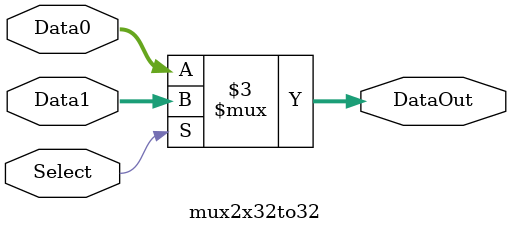
<source format=v>
module mux2x32to32( DataOut,Data0, Data1, Select);
output reg [31:0] DataOut; // Data Out
input [31:0] Data0, Data1; // Data In 1 and 2
input Select;
// neu Select = 0 thi DataOut = Data0
// nguoc lai thi DataOut = Data1
always @(*)
	if (Select) DataOut=Data1;
	else DataOut=Data0;

endmodule
</source>
